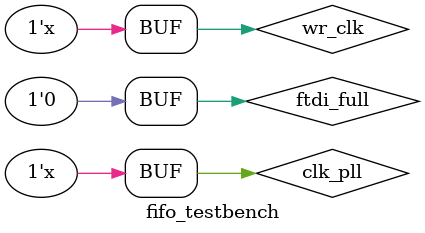
<source format=v>
`timescale 1ns / 1ps

module fifo_testbench;

	// Inputs
	reg clk_pll=0;
	always	#5 clk_pll<=~clk_pll;
	reg wr_clk=0;
	always	#11337.87 wr_clk<=~wr_clk;
	reg [63:0] fifo_din;
	reg ftdi_full=1'b0;

	// Outputs
	wire ftdi_wr_en;
	wire [7:0] ftdi_data;

	// Instantiate the Unit Under Test (UUT)
	data_to_byte uut (
		.clk_pll(clk_pll), 
		.wr_clk(wr_clk), 
		.fifo_din(fifo_din), 
		.ftdi_full(ftdi_full), 
		.ftdi_wr_en(ftdi_wr_en), 
		.ftdi_data(ftdi_data)
	);

reg [63:0] temp=64'haffaaffaaffaaffa;
always@(posedge wr_clk)	begin
	fifo_din<=temp;
	temp<=temp+1;
end

      
endmodule


</source>
